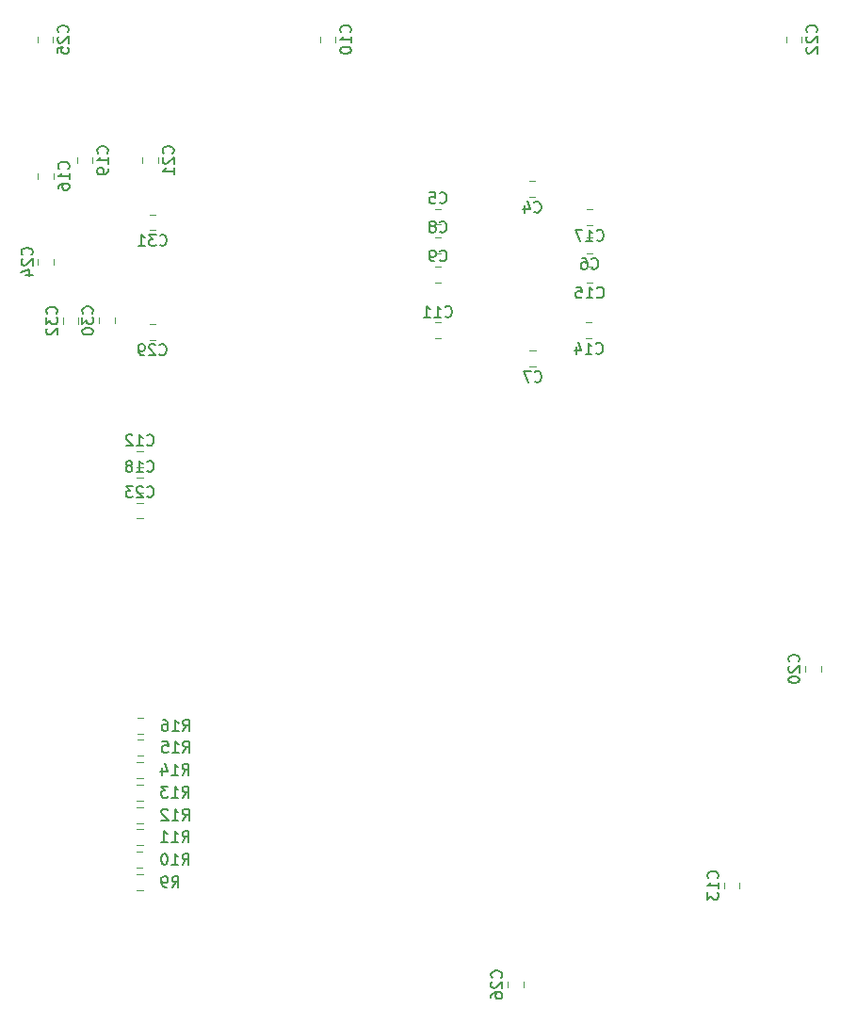
<source format=gbr>
G04 #@! TF.GenerationSoftware,KiCad,Pcbnew,(5.1.5)-3*
G04 #@! TF.CreationDate,2020-06-21T17:55:31-07:00*
G04 #@! TF.ProjectId,CB030 redesign,43423033-3020-4726-9564-657369676e2e,rev?*
G04 #@! TF.SameCoordinates,Original*
G04 #@! TF.FileFunction,Legend,Bot*
G04 #@! TF.FilePolarity,Positive*
%FSLAX46Y46*%
G04 Gerber Fmt 4.6, Leading zero omitted, Abs format (unit mm)*
G04 Created by KiCad (PCBNEW (5.1.5)-3) date 2020-06-21 17:55:31*
%MOMM*%
%LPD*%
G04 APERTURE LIST*
%ADD10C,0.120000*%
%ADD11C,0.150000*%
G04 APERTURE END LIST*
D10*
X33095000Y-50484248D02*
X33095000Y-51006752D01*
X31675000Y-50484248D02*
X31675000Y-51006752D01*
X39489748Y-41200000D02*
X40012252Y-41200000D01*
X39489748Y-42620000D02*
X40012252Y-42620000D01*
X36333500Y-50475248D02*
X36333500Y-50997752D01*
X34913500Y-50475248D02*
X34913500Y-50997752D01*
X39480748Y-51042500D02*
X40003252Y-51042500D01*
X39480748Y-52462500D02*
X40003252Y-52462500D01*
X73643748Y-39635500D02*
X74166252Y-39635500D01*
X73643748Y-38215500D02*
X74166252Y-38215500D01*
X65666252Y-42112000D02*
X65143748Y-42112000D01*
X65666252Y-40692000D02*
X65143748Y-40692000D01*
X78787248Y-44715500D02*
X79309752Y-44715500D01*
X78787248Y-43295500D02*
X79309752Y-43295500D01*
X73661748Y-53455500D02*
X74184252Y-53455500D01*
X73661748Y-54875500D02*
X74184252Y-54875500D01*
X65675252Y-43295500D02*
X65152748Y-43295500D01*
X65675252Y-44715500D02*
X65152748Y-44715500D01*
X65675252Y-45899000D02*
X65152748Y-45899000D01*
X65675252Y-47319000D02*
X65152748Y-47319000D01*
X54789000Y-25715752D02*
X54789000Y-25193248D01*
X56209000Y-25715752D02*
X56209000Y-25193248D01*
X65666252Y-50915500D02*
X65143748Y-50915500D01*
X65666252Y-52335500D02*
X65143748Y-52335500D01*
X38869252Y-63892500D02*
X38346748Y-63892500D01*
X38869252Y-62472500D02*
X38346748Y-62472500D01*
X91111000Y-101220748D02*
X91111000Y-101743252D01*
X92531000Y-101220748D02*
X92531000Y-101743252D01*
X78723748Y-50915500D02*
X79246252Y-50915500D01*
X78723748Y-52335500D02*
X79246252Y-52335500D01*
X78796248Y-45899000D02*
X79318752Y-45899000D01*
X78796248Y-47319000D02*
X79318752Y-47319000D01*
X30872500Y-37989252D02*
X30872500Y-37466748D01*
X29452500Y-37989252D02*
X29452500Y-37466748D01*
X78787248Y-40755500D02*
X79309752Y-40755500D01*
X78787248Y-42175500D02*
X79309752Y-42175500D01*
X38878252Y-64822000D02*
X38355748Y-64822000D01*
X38878252Y-66242000D02*
X38355748Y-66242000D01*
X32945000Y-36592252D02*
X32945000Y-36069748D01*
X34365000Y-36592252D02*
X34365000Y-36069748D01*
X98413500Y-81771748D02*
X98413500Y-82294252D01*
X99833500Y-81771748D02*
X99833500Y-82294252D01*
X38850500Y-36592252D02*
X38850500Y-36069748D01*
X40270500Y-36592252D02*
X40270500Y-36069748D01*
X98119000Y-25715752D02*
X98119000Y-25193248D01*
X96699000Y-25715752D02*
X96699000Y-25193248D01*
X38878252Y-68528000D02*
X38355748Y-68528000D01*
X38878252Y-67108000D02*
X38355748Y-67108000D01*
X29452500Y-45195748D02*
X29452500Y-45718252D01*
X30872500Y-45195748D02*
X30872500Y-45718252D01*
X29389000Y-25733752D02*
X29389000Y-25211248D01*
X30809000Y-25733752D02*
X30809000Y-25211248D01*
X71680000Y-110164748D02*
X71680000Y-110687252D01*
X73100000Y-110164748D02*
X73100000Y-110687252D01*
X38355748Y-100509000D02*
X38878252Y-100509000D01*
X38355748Y-101929000D02*
X38878252Y-101929000D01*
X38337748Y-99897000D02*
X38860252Y-99897000D01*
X38337748Y-98477000D02*
X38860252Y-98477000D01*
X38346748Y-97865000D02*
X38869252Y-97865000D01*
X38346748Y-96445000D02*
X38869252Y-96445000D01*
X38355748Y-94463800D02*
X38878252Y-94463800D01*
X38355748Y-95883800D02*
X38878252Y-95883800D01*
X38355748Y-93864500D02*
X38878252Y-93864500D01*
X38355748Y-92444500D02*
X38878252Y-92444500D01*
X38355748Y-90412500D02*
X38878252Y-90412500D01*
X38355748Y-91832500D02*
X38878252Y-91832500D01*
X38401248Y-89800500D02*
X38923752Y-89800500D01*
X38401248Y-88380500D02*
X38923752Y-88380500D01*
X38381148Y-86450100D02*
X38903652Y-86450100D01*
X38381148Y-87870100D02*
X38903652Y-87870100D01*
D11*
X31092142Y-50102642D02*
X31139761Y-50055023D01*
X31187380Y-49912166D01*
X31187380Y-49816928D01*
X31139761Y-49674071D01*
X31044523Y-49578833D01*
X30949285Y-49531214D01*
X30758809Y-49483595D01*
X30615952Y-49483595D01*
X30425476Y-49531214D01*
X30330238Y-49578833D01*
X30235000Y-49674071D01*
X30187380Y-49816928D01*
X30187380Y-49912166D01*
X30235000Y-50055023D01*
X30282619Y-50102642D01*
X30187380Y-50435976D02*
X30187380Y-51055023D01*
X30568333Y-50721690D01*
X30568333Y-50864547D01*
X30615952Y-50959785D01*
X30663571Y-51007404D01*
X30758809Y-51055023D01*
X30996904Y-51055023D01*
X31092142Y-51007404D01*
X31139761Y-50959785D01*
X31187380Y-50864547D01*
X31187380Y-50578833D01*
X31139761Y-50483595D01*
X31092142Y-50435976D01*
X30282619Y-51435976D02*
X30235000Y-51483595D01*
X30187380Y-51578833D01*
X30187380Y-51816928D01*
X30235000Y-51912166D01*
X30282619Y-51959785D01*
X30377857Y-52007404D01*
X30473095Y-52007404D01*
X30615952Y-51959785D01*
X31187380Y-51388357D01*
X31187380Y-52007404D01*
X40393857Y-43917142D02*
X40441476Y-43964761D01*
X40584333Y-44012380D01*
X40679571Y-44012380D01*
X40822428Y-43964761D01*
X40917666Y-43869523D01*
X40965285Y-43774285D01*
X41012904Y-43583809D01*
X41012904Y-43440952D01*
X40965285Y-43250476D01*
X40917666Y-43155238D01*
X40822428Y-43060000D01*
X40679571Y-43012380D01*
X40584333Y-43012380D01*
X40441476Y-43060000D01*
X40393857Y-43107619D01*
X40060523Y-43012380D02*
X39441476Y-43012380D01*
X39774809Y-43393333D01*
X39631952Y-43393333D01*
X39536714Y-43440952D01*
X39489095Y-43488571D01*
X39441476Y-43583809D01*
X39441476Y-43821904D01*
X39489095Y-43917142D01*
X39536714Y-43964761D01*
X39631952Y-44012380D01*
X39917666Y-44012380D01*
X40012904Y-43964761D01*
X40060523Y-43917142D01*
X38489095Y-44012380D02*
X39060523Y-44012380D01*
X38774809Y-44012380D02*
X38774809Y-43012380D01*
X38870047Y-43155238D01*
X38965285Y-43250476D01*
X39060523Y-43298095D01*
X34330642Y-50093642D02*
X34378261Y-50046023D01*
X34425880Y-49903166D01*
X34425880Y-49807928D01*
X34378261Y-49665071D01*
X34283023Y-49569833D01*
X34187785Y-49522214D01*
X33997309Y-49474595D01*
X33854452Y-49474595D01*
X33663976Y-49522214D01*
X33568738Y-49569833D01*
X33473500Y-49665071D01*
X33425880Y-49807928D01*
X33425880Y-49903166D01*
X33473500Y-50046023D01*
X33521119Y-50093642D01*
X33425880Y-50426976D02*
X33425880Y-51046023D01*
X33806833Y-50712690D01*
X33806833Y-50855547D01*
X33854452Y-50950785D01*
X33902071Y-50998404D01*
X33997309Y-51046023D01*
X34235404Y-51046023D01*
X34330642Y-50998404D01*
X34378261Y-50950785D01*
X34425880Y-50855547D01*
X34425880Y-50569833D01*
X34378261Y-50474595D01*
X34330642Y-50426976D01*
X33425880Y-51665071D02*
X33425880Y-51760309D01*
X33473500Y-51855547D01*
X33521119Y-51903166D01*
X33616357Y-51950785D01*
X33806833Y-51998404D01*
X34044928Y-51998404D01*
X34235404Y-51950785D01*
X34330642Y-51903166D01*
X34378261Y-51855547D01*
X34425880Y-51760309D01*
X34425880Y-51665071D01*
X34378261Y-51569833D01*
X34330642Y-51522214D01*
X34235404Y-51474595D01*
X34044928Y-51426976D01*
X33806833Y-51426976D01*
X33616357Y-51474595D01*
X33521119Y-51522214D01*
X33473500Y-51569833D01*
X33425880Y-51665071D01*
X40384857Y-53759642D02*
X40432476Y-53807261D01*
X40575333Y-53854880D01*
X40670571Y-53854880D01*
X40813428Y-53807261D01*
X40908666Y-53712023D01*
X40956285Y-53616785D01*
X41003904Y-53426309D01*
X41003904Y-53283452D01*
X40956285Y-53092976D01*
X40908666Y-52997738D01*
X40813428Y-52902500D01*
X40670571Y-52854880D01*
X40575333Y-52854880D01*
X40432476Y-52902500D01*
X40384857Y-52950119D01*
X40003904Y-52950119D02*
X39956285Y-52902500D01*
X39861047Y-52854880D01*
X39622952Y-52854880D01*
X39527714Y-52902500D01*
X39480095Y-52950119D01*
X39432476Y-53045357D01*
X39432476Y-53140595D01*
X39480095Y-53283452D01*
X40051523Y-53854880D01*
X39432476Y-53854880D01*
X38956285Y-53854880D02*
X38765809Y-53854880D01*
X38670571Y-53807261D01*
X38622952Y-53759642D01*
X38527714Y-53616785D01*
X38480095Y-53426309D01*
X38480095Y-53045357D01*
X38527714Y-52950119D01*
X38575333Y-52902500D01*
X38670571Y-52854880D01*
X38861047Y-52854880D01*
X38956285Y-52902500D01*
X39003904Y-52950119D01*
X39051523Y-53045357D01*
X39051523Y-53283452D01*
X39003904Y-53378690D01*
X38956285Y-53426309D01*
X38861047Y-53473928D01*
X38670571Y-53473928D01*
X38575333Y-53426309D01*
X38527714Y-53378690D01*
X38480095Y-53283452D01*
X74071666Y-40932642D02*
X74119285Y-40980261D01*
X74262142Y-41027880D01*
X74357380Y-41027880D01*
X74500238Y-40980261D01*
X74595476Y-40885023D01*
X74643095Y-40789785D01*
X74690714Y-40599309D01*
X74690714Y-40456452D01*
X74643095Y-40265976D01*
X74595476Y-40170738D01*
X74500238Y-40075500D01*
X74357380Y-40027880D01*
X74262142Y-40027880D01*
X74119285Y-40075500D01*
X74071666Y-40123119D01*
X73214523Y-40361214D02*
X73214523Y-41027880D01*
X73452619Y-39980261D02*
X73690714Y-40694547D01*
X73071666Y-40694547D01*
X65571666Y-40109142D02*
X65619285Y-40156761D01*
X65762142Y-40204380D01*
X65857380Y-40204380D01*
X66000238Y-40156761D01*
X66095476Y-40061523D01*
X66143095Y-39966285D01*
X66190714Y-39775809D01*
X66190714Y-39632952D01*
X66143095Y-39442476D01*
X66095476Y-39347238D01*
X66000238Y-39252000D01*
X65857380Y-39204380D01*
X65762142Y-39204380D01*
X65619285Y-39252000D01*
X65571666Y-39299619D01*
X64666904Y-39204380D02*
X65143095Y-39204380D01*
X65190714Y-39680571D01*
X65143095Y-39632952D01*
X65047857Y-39585333D01*
X64809761Y-39585333D01*
X64714523Y-39632952D01*
X64666904Y-39680571D01*
X64619285Y-39775809D01*
X64619285Y-40013904D01*
X64666904Y-40109142D01*
X64714523Y-40156761D01*
X64809761Y-40204380D01*
X65047857Y-40204380D01*
X65143095Y-40156761D01*
X65190714Y-40109142D01*
X79215166Y-46012642D02*
X79262785Y-46060261D01*
X79405642Y-46107880D01*
X79500880Y-46107880D01*
X79643738Y-46060261D01*
X79738976Y-45965023D01*
X79786595Y-45869785D01*
X79834214Y-45679309D01*
X79834214Y-45536452D01*
X79786595Y-45345976D01*
X79738976Y-45250738D01*
X79643738Y-45155500D01*
X79500880Y-45107880D01*
X79405642Y-45107880D01*
X79262785Y-45155500D01*
X79215166Y-45203119D01*
X78358023Y-45107880D02*
X78548500Y-45107880D01*
X78643738Y-45155500D01*
X78691357Y-45203119D01*
X78786595Y-45345976D01*
X78834214Y-45536452D01*
X78834214Y-45917404D01*
X78786595Y-46012642D01*
X78738976Y-46060261D01*
X78643738Y-46107880D01*
X78453261Y-46107880D01*
X78358023Y-46060261D01*
X78310404Y-46012642D01*
X78262785Y-45917404D01*
X78262785Y-45679309D01*
X78310404Y-45584071D01*
X78358023Y-45536452D01*
X78453261Y-45488833D01*
X78643738Y-45488833D01*
X78738976Y-45536452D01*
X78786595Y-45584071D01*
X78834214Y-45679309D01*
X74089666Y-56172642D02*
X74137285Y-56220261D01*
X74280142Y-56267880D01*
X74375380Y-56267880D01*
X74518238Y-56220261D01*
X74613476Y-56125023D01*
X74661095Y-56029785D01*
X74708714Y-55839309D01*
X74708714Y-55696452D01*
X74661095Y-55505976D01*
X74613476Y-55410738D01*
X74518238Y-55315500D01*
X74375380Y-55267880D01*
X74280142Y-55267880D01*
X74137285Y-55315500D01*
X74089666Y-55363119D01*
X73756333Y-55267880D02*
X73089666Y-55267880D01*
X73518238Y-56267880D01*
X65580666Y-42712642D02*
X65628285Y-42760261D01*
X65771142Y-42807880D01*
X65866380Y-42807880D01*
X66009238Y-42760261D01*
X66104476Y-42665023D01*
X66152095Y-42569785D01*
X66199714Y-42379309D01*
X66199714Y-42236452D01*
X66152095Y-42045976D01*
X66104476Y-41950738D01*
X66009238Y-41855500D01*
X65866380Y-41807880D01*
X65771142Y-41807880D01*
X65628285Y-41855500D01*
X65580666Y-41903119D01*
X65009238Y-42236452D02*
X65104476Y-42188833D01*
X65152095Y-42141214D01*
X65199714Y-42045976D01*
X65199714Y-41998357D01*
X65152095Y-41903119D01*
X65104476Y-41855500D01*
X65009238Y-41807880D01*
X64818761Y-41807880D01*
X64723523Y-41855500D01*
X64675904Y-41903119D01*
X64628285Y-41998357D01*
X64628285Y-42045976D01*
X64675904Y-42141214D01*
X64723523Y-42188833D01*
X64818761Y-42236452D01*
X65009238Y-42236452D01*
X65104476Y-42284071D01*
X65152095Y-42331690D01*
X65199714Y-42426928D01*
X65199714Y-42617404D01*
X65152095Y-42712642D01*
X65104476Y-42760261D01*
X65009238Y-42807880D01*
X64818761Y-42807880D01*
X64723523Y-42760261D01*
X64675904Y-42712642D01*
X64628285Y-42617404D01*
X64628285Y-42426928D01*
X64675904Y-42331690D01*
X64723523Y-42284071D01*
X64818761Y-42236452D01*
X65580666Y-45316142D02*
X65628285Y-45363761D01*
X65771142Y-45411380D01*
X65866380Y-45411380D01*
X66009238Y-45363761D01*
X66104476Y-45268523D01*
X66152095Y-45173285D01*
X66199714Y-44982809D01*
X66199714Y-44839952D01*
X66152095Y-44649476D01*
X66104476Y-44554238D01*
X66009238Y-44459000D01*
X65866380Y-44411380D01*
X65771142Y-44411380D01*
X65628285Y-44459000D01*
X65580666Y-44506619D01*
X65104476Y-45411380D02*
X64914000Y-45411380D01*
X64818761Y-45363761D01*
X64771142Y-45316142D01*
X64675904Y-45173285D01*
X64628285Y-44982809D01*
X64628285Y-44601857D01*
X64675904Y-44506619D01*
X64723523Y-44459000D01*
X64818761Y-44411380D01*
X65009238Y-44411380D01*
X65104476Y-44459000D01*
X65152095Y-44506619D01*
X65199714Y-44601857D01*
X65199714Y-44839952D01*
X65152095Y-44935190D01*
X65104476Y-44982809D01*
X65009238Y-45030428D01*
X64818761Y-45030428D01*
X64723523Y-44982809D01*
X64675904Y-44935190D01*
X64628285Y-44839952D01*
X57506142Y-24811642D02*
X57553761Y-24764023D01*
X57601380Y-24621166D01*
X57601380Y-24525928D01*
X57553761Y-24383071D01*
X57458523Y-24287833D01*
X57363285Y-24240214D01*
X57172809Y-24192595D01*
X57029952Y-24192595D01*
X56839476Y-24240214D01*
X56744238Y-24287833D01*
X56649000Y-24383071D01*
X56601380Y-24525928D01*
X56601380Y-24621166D01*
X56649000Y-24764023D01*
X56696619Y-24811642D01*
X57601380Y-25764023D02*
X57601380Y-25192595D01*
X57601380Y-25478309D02*
X56601380Y-25478309D01*
X56744238Y-25383071D01*
X56839476Y-25287833D01*
X56887095Y-25192595D01*
X56601380Y-26383071D02*
X56601380Y-26478309D01*
X56649000Y-26573547D01*
X56696619Y-26621166D01*
X56791857Y-26668785D01*
X56982333Y-26716404D01*
X57220428Y-26716404D01*
X57410904Y-26668785D01*
X57506142Y-26621166D01*
X57553761Y-26573547D01*
X57601380Y-26478309D01*
X57601380Y-26383071D01*
X57553761Y-26287833D01*
X57506142Y-26240214D01*
X57410904Y-26192595D01*
X57220428Y-26144976D01*
X56982333Y-26144976D01*
X56791857Y-26192595D01*
X56696619Y-26240214D01*
X56649000Y-26287833D01*
X56601380Y-26383071D01*
X66047857Y-50332642D02*
X66095476Y-50380261D01*
X66238333Y-50427880D01*
X66333571Y-50427880D01*
X66476428Y-50380261D01*
X66571666Y-50285023D01*
X66619285Y-50189785D01*
X66666904Y-49999309D01*
X66666904Y-49856452D01*
X66619285Y-49665976D01*
X66571666Y-49570738D01*
X66476428Y-49475500D01*
X66333571Y-49427880D01*
X66238333Y-49427880D01*
X66095476Y-49475500D01*
X66047857Y-49523119D01*
X65095476Y-50427880D02*
X65666904Y-50427880D01*
X65381190Y-50427880D02*
X65381190Y-49427880D01*
X65476428Y-49570738D01*
X65571666Y-49665976D01*
X65666904Y-49713595D01*
X64143095Y-50427880D02*
X64714523Y-50427880D01*
X64428809Y-50427880D02*
X64428809Y-49427880D01*
X64524047Y-49570738D01*
X64619285Y-49665976D01*
X64714523Y-49713595D01*
X39250857Y-61889642D02*
X39298476Y-61937261D01*
X39441333Y-61984880D01*
X39536571Y-61984880D01*
X39679428Y-61937261D01*
X39774666Y-61842023D01*
X39822285Y-61746785D01*
X39869904Y-61556309D01*
X39869904Y-61413452D01*
X39822285Y-61222976D01*
X39774666Y-61127738D01*
X39679428Y-61032500D01*
X39536571Y-60984880D01*
X39441333Y-60984880D01*
X39298476Y-61032500D01*
X39250857Y-61080119D01*
X38298476Y-61984880D02*
X38869904Y-61984880D01*
X38584190Y-61984880D02*
X38584190Y-60984880D01*
X38679428Y-61127738D01*
X38774666Y-61222976D01*
X38869904Y-61270595D01*
X37917523Y-61080119D02*
X37869904Y-61032500D01*
X37774666Y-60984880D01*
X37536571Y-60984880D01*
X37441333Y-61032500D01*
X37393714Y-61080119D01*
X37346095Y-61175357D01*
X37346095Y-61270595D01*
X37393714Y-61413452D01*
X37965142Y-61984880D01*
X37346095Y-61984880D01*
X90528142Y-100839142D02*
X90575761Y-100791523D01*
X90623380Y-100648666D01*
X90623380Y-100553428D01*
X90575761Y-100410571D01*
X90480523Y-100315333D01*
X90385285Y-100267714D01*
X90194809Y-100220095D01*
X90051952Y-100220095D01*
X89861476Y-100267714D01*
X89766238Y-100315333D01*
X89671000Y-100410571D01*
X89623380Y-100553428D01*
X89623380Y-100648666D01*
X89671000Y-100791523D01*
X89718619Y-100839142D01*
X90623380Y-101791523D02*
X90623380Y-101220095D01*
X90623380Y-101505809D02*
X89623380Y-101505809D01*
X89766238Y-101410571D01*
X89861476Y-101315333D01*
X89909095Y-101220095D01*
X89623380Y-102124857D02*
X89623380Y-102743904D01*
X90004333Y-102410571D01*
X90004333Y-102553428D01*
X90051952Y-102648666D01*
X90099571Y-102696285D01*
X90194809Y-102743904D01*
X90432904Y-102743904D01*
X90528142Y-102696285D01*
X90575761Y-102648666D01*
X90623380Y-102553428D01*
X90623380Y-102267714D01*
X90575761Y-102172476D01*
X90528142Y-102124857D01*
X79627857Y-53632642D02*
X79675476Y-53680261D01*
X79818333Y-53727880D01*
X79913571Y-53727880D01*
X80056428Y-53680261D01*
X80151666Y-53585023D01*
X80199285Y-53489785D01*
X80246904Y-53299309D01*
X80246904Y-53156452D01*
X80199285Y-52965976D01*
X80151666Y-52870738D01*
X80056428Y-52775500D01*
X79913571Y-52727880D01*
X79818333Y-52727880D01*
X79675476Y-52775500D01*
X79627857Y-52823119D01*
X78675476Y-53727880D02*
X79246904Y-53727880D01*
X78961190Y-53727880D02*
X78961190Y-52727880D01*
X79056428Y-52870738D01*
X79151666Y-52965976D01*
X79246904Y-53013595D01*
X77818333Y-53061214D02*
X77818333Y-53727880D01*
X78056428Y-52680261D02*
X78294523Y-53394547D01*
X77675476Y-53394547D01*
X79700357Y-48616142D02*
X79747976Y-48663761D01*
X79890833Y-48711380D01*
X79986071Y-48711380D01*
X80128928Y-48663761D01*
X80224166Y-48568523D01*
X80271785Y-48473285D01*
X80319404Y-48282809D01*
X80319404Y-48139952D01*
X80271785Y-47949476D01*
X80224166Y-47854238D01*
X80128928Y-47759000D01*
X79986071Y-47711380D01*
X79890833Y-47711380D01*
X79747976Y-47759000D01*
X79700357Y-47806619D01*
X78747976Y-48711380D02*
X79319404Y-48711380D01*
X79033690Y-48711380D02*
X79033690Y-47711380D01*
X79128928Y-47854238D01*
X79224166Y-47949476D01*
X79319404Y-47997095D01*
X77843214Y-47711380D02*
X78319404Y-47711380D01*
X78367023Y-48187571D01*
X78319404Y-48139952D01*
X78224166Y-48092333D01*
X77986071Y-48092333D01*
X77890833Y-48139952D01*
X77843214Y-48187571D01*
X77795595Y-48282809D01*
X77795595Y-48520904D01*
X77843214Y-48616142D01*
X77890833Y-48663761D01*
X77986071Y-48711380D01*
X78224166Y-48711380D01*
X78319404Y-48663761D01*
X78367023Y-48616142D01*
X32169642Y-37085142D02*
X32217261Y-37037523D01*
X32264880Y-36894666D01*
X32264880Y-36799428D01*
X32217261Y-36656571D01*
X32122023Y-36561333D01*
X32026785Y-36513714D01*
X31836309Y-36466095D01*
X31693452Y-36466095D01*
X31502976Y-36513714D01*
X31407738Y-36561333D01*
X31312500Y-36656571D01*
X31264880Y-36799428D01*
X31264880Y-36894666D01*
X31312500Y-37037523D01*
X31360119Y-37085142D01*
X32264880Y-38037523D02*
X32264880Y-37466095D01*
X32264880Y-37751809D02*
X31264880Y-37751809D01*
X31407738Y-37656571D01*
X31502976Y-37561333D01*
X31550595Y-37466095D01*
X31264880Y-38894666D02*
X31264880Y-38704190D01*
X31312500Y-38608952D01*
X31360119Y-38561333D01*
X31502976Y-38466095D01*
X31693452Y-38418476D01*
X32074404Y-38418476D01*
X32169642Y-38466095D01*
X32217261Y-38513714D01*
X32264880Y-38608952D01*
X32264880Y-38799428D01*
X32217261Y-38894666D01*
X32169642Y-38942285D01*
X32074404Y-38989904D01*
X31836309Y-38989904D01*
X31741071Y-38942285D01*
X31693452Y-38894666D01*
X31645833Y-38799428D01*
X31645833Y-38608952D01*
X31693452Y-38513714D01*
X31741071Y-38466095D01*
X31836309Y-38418476D01*
X79691357Y-43472642D02*
X79738976Y-43520261D01*
X79881833Y-43567880D01*
X79977071Y-43567880D01*
X80119928Y-43520261D01*
X80215166Y-43425023D01*
X80262785Y-43329785D01*
X80310404Y-43139309D01*
X80310404Y-42996452D01*
X80262785Y-42805976D01*
X80215166Y-42710738D01*
X80119928Y-42615500D01*
X79977071Y-42567880D01*
X79881833Y-42567880D01*
X79738976Y-42615500D01*
X79691357Y-42663119D01*
X78738976Y-43567880D02*
X79310404Y-43567880D01*
X79024690Y-43567880D02*
X79024690Y-42567880D01*
X79119928Y-42710738D01*
X79215166Y-42805976D01*
X79310404Y-42853595D01*
X78405642Y-42567880D02*
X77738976Y-42567880D01*
X78167547Y-43567880D01*
X39259857Y-64239142D02*
X39307476Y-64286761D01*
X39450333Y-64334380D01*
X39545571Y-64334380D01*
X39688428Y-64286761D01*
X39783666Y-64191523D01*
X39831285Y-64096285D01*
X39878904Y-63905809D01*
X39878904Y-63762952D01*
X39831285Y-63572476D01*
X39783666Y-63477238D01*
X39688428Y-63382000D01*
X39545571Y-63334380D01*
X39450333Y-63334380D01*
X39307476Y-63382000D01*
X39259857Y-63429619D01*
X38307476Y-64334380D02*
X38878904Y-64334380D01*
X38593190Y-64334380D02*
X38593190Y-63334380D01*
X38688428Y-63477238D01*
X38783666Y-63572476D01*
X38878904Y-63620095D01*
X37736047Y-63762952D02*
X37831285Y-63715333D01*
X37878904Y-63667714D01*
X37926523Y-63572476D01*
X37926523Y-63524857D01*
X37878904Y-63429619D01*
X37831285Y-63382000D01*
X37736047Y-63334380D01*
X37545571Y-63334380D01*
X37450333Y-63382000D01*
X37402714Y-63429619D01*
X37355095Y-63524857D01*
X37355095Y-63572476D01*
X37402714Y-63667714D01*
X37450333Y-63715333D01*
X37545571Y-63762952D01*
X37736047Y-63762952D01*
X37831285Y-63810571D01*
X37878904Y-63858190D01*
X37926523Y-63953428D01*
X37926523Y-64143904D01*
X37878904Y-64239142D01*
X37831285Y-64286761D01*
X37736047Y-64334380D01*
X37545571Y-64334380D01*
X37450333Y-64286761D01*
X37402714Y-64239142D01*
X37355095Y-64143904D01*
X37355095Y-63953428D01*
X37402714Y-63858190D01*
X37450333Y-63810571D01*
X37545571Y-63762952D01*
X35662142Y-35688142D02*
X35709761Y-35640523D01*
X35757380Y-35497666D01*
X35757380Y-35402428D01*
X35709761Y-35259571D01*
X35614523Y-35164333D01*
X35519285Y-35116714D01*
X35328809Y-35069095D01*
X35185952Y-35069095D01*
X34995476Y-35116714D01*
X34900238Y-35164333D01*
X34805000Y-35259571D01*
X34757380Y-35402428D01*
X34757380Y-35497666D01*
X34805000Y-35640523D01*
X34852619Y-35688142D01*
X35757380Y-36640523D02*
X35757380Y-36069095D01*
X35757380Y-36354809D02*
X34757380Y-36354809D01*
X34900238Y-36259571D01*
X34995476Y-36164333D01*
X35043095Y-36069095D01*
X35757380Y-37116714D02*
X35757380Y-37307190D01*
X35709761Y-37402428D01*
X35662142Y-37450047D01*
X35519285Y-37545285D01*
X35328809Y-37592904D01*
X34947857Y-37592904D01*
X34852619Y-37545285D01*
X34805000Y-37497666D01*
X34757380Y-37402428D01*
X34757380Y-37211952D01*
X34805000Y-37116714D01*
X34852619Y-37069095D01*
X34947857Y-37021476D01*
X35185952Y-37021476D01*
X35281190Y-37069095D01*
X35328809Y-37116714D01*
X35376428Y-37211952D01*
X35376428Y-37402428D01*
X35328809Y-37497666D01*
X35281190Y-37545285D01*
X35185952Y-37592904D01*
X97830642Y-81390142D02*
X97878261Y-81342523D01*
X97925880Y-81199666D01*
X97925880Y-81104428D01*
X97878261Y-80961571D01*
X97783023Y-80866333D01*
X97687785Y-80818714D01*
X97497309Y-80771095D01*
X97354452Y-80771095D01*
X97163976Y-80818714D01*
X97068738Y-80866333D01*
X96973500Y-80961571D01*
X96925880Y-81104428D01*
X96925880Y-81199666D01*
X96973500Y-81342523D01*
X97021119Y-81390142D01*
X97021119Y-81771095D02*
X96973500Y-81818714D01*
X96925880Y-81913952D01*
X96925880Y-82152047D01*
X96973500Y-82247285D01*
X97021119Y-82294904D01*
X97116357Y-82342523D01*
X97211595Y-82342523D01*
X97354452Y-82294904D01*
X97925880Y-81723476D01*
X97925880Y-82342523D01*
X96925880Y-82961571D02*
X96925880Y-83056809D01*
X96973500Y-83152047D01*
X97021119Y-83199666D01*
X97116357Y-83247285D01*
X97306833Y-83294904D01*
X97544928Y-83294904D01*
X97735404Y-83247285D01*
X97830642Y-83199666D01*
X97878261Y-83152047D01*
X97925880Y-83056809D01*
X97925880Y-82961571D01*
X97878261Y-82866333D01*
X97830642Y-82818714D01*
X97735404Y-82771095D01*
X97544928Y-82723476D01*
X97306833Y-82723476D01*
X97116357Y-82771095D01*
X97021119Y-82818714D01*
X96973500Y-82866333D01*
X96925880Y-82961571D01*
X41567642Y-35688142D02*
X41615261Y-35640523D01*
X41662880Y-35497666D01*
X41662880Y-35402428D01*
X41615261Y-35259571D01*
X41520023Y-35164333D01*
X41424785Y-35116714D01*
X41234309Y-35069095D01*
X41091452Y-35069095D01*
X40900976Y-35116714D01*
X40805738Y-35164333D01*
X40710500Y-35259571D01*
X40662880Y-35402428D01*
X40662880Y-35497666D01*
X40710500Y-35640523D01*
X40758119Y-35688142D01*
X40758119Y-36069095D02*
X40710500Y-36116714D01*
X40662880Y-36211952D01*
X40662880Y-36450047D01*
X40710500Y-36545285D01*
X40758119Y-36592904D01*
X40853357Y-36640523D01*
X40948595Y-36640523D01*
X41091452Y-36592904D01*
X41662880Y-36021476D01*
X41662880Y-36640523D01*
X41662880Y-37592904D02*
X41662880Y-37021476D01*
X41662880Y-37307190D02*
X40662880Y-37307190D01*
X40805738Y-37211952D01*
X40900976Y-37116714D01*
X40948595Y-37021476D01*
X99416142Y-24811642D02*
X99463761Y-24764023D01*
X99511380Y-24621166D01*
X99511380Y-24525928D01*
X99463761Y-24383071D01*
X99368523Y-24287833D01*
X99273285Y-24240214D01*
X99082809Y-24192595D01*
X98939952Y-24192595D01*
X98749476Y-24240214D01*
X98654238Y-24287833D01*
X98559000Y-24383071D01*
X98511380Y-24525928D01*
X98511380Y-24621166D01*
X98559000Y-24764023D01*
X98606619Y-24811642D01*
X98606619Y-25192595D02*
X98559000Y-25240214D01*
X98511380Y-25335452D01*
X98511380Y-25573547D01*
X98559000Y-25668785D01*
X98606619Y-25716404D01*
X98701857Y-25764023D01*
X98797095Y-25764023D01*
X98939952Y-25716404D01*
X99511380Y-25144976D01*
X99511380Y-25764023D01*
X98606619Y-26144976D02*
X98559000Y-26192595D01*
X98511380Y-26287833D01*
X98511380Y-26525928D01*
X98559000Y-26621166D01*
X98606619Y-26668785D01*
X98701857Y-26716404D01*
X98797095Y-26716404D01*
X98939952Y-26668785D01*
X99511380Y-26097357D01*
X99511380Y-26716404D01*
X39259857Y-66525142D02*
X39307476Y-66572761D01*
X39450333Y-66620380D01*
X39545571Y-66620380D01*
X39688428Y-66572761D01*
X39783666Y-66477523D01*
X39831285Y-66382285D01*
X39878904Y-66191809D01*
X39878904Y-66048952D01*
X39831285Y-65858476D01*
X39783666Y-65763238D01*
X39688428Y-65668000D01*
X39545571Y-65620380D01*
X39450333Y-65620380D01*
X39307476Y-65668000D01*
X39259857Y-65715619D01*
X38878904Y-65715619D02*
X38831285Y-65668000D01*
X38736047Y-65620380D01*
X38497952Y-65620380D01*
X38402714Y-65668000D01*
X38355095Y-65715619D01*
X38307476Y-65810857D01*
X38307476Y-65906095D01*
X38355095Y-66048952D01*
X38926523Y-66620380D01*
X38307476Y-66620380D01*
X37974142Y-65620380D02*
X37355095Y-65620380D01*
X37688428Y-66001333D01*
X37545571Y-66001333D01*
X37450333Y-66048952D01*
X37402714Y-66096571D01*
X37355095Y-66191809D01*
X37355095Y-66429904D01*
X37402714Y-66525142D01*
X37450333Y-66572761D01*
X37545571Y-66620380D01*
X37831285Y-66620380D01*
X37926523Y-66572761D01*
X37974142Y-66525142D01*
X28869642Y-44814142D02*
X28917261Y-44766523D01*
X28964880Y-44623666D01*
X28964880Y-44528428D01*
X28917261Y-44385571D01*
X28822023Y-44290333D01*
X28726785Y-44242714D01*
X28536309Y-44195095D01*
X28393452Y-44195095D01*
X28202976Y-44242714D01*
X28107738Y-44290333D01*
X28012500Y-44385571D01*
X27964880Y-44528428D01*
X27964880Y-44623666D01*
X28012500Y-44766523D01*
X28060119Y-44814142D01*
X28060119Y-45195095D02*
X28012500Y-45242714D01*
X27964880Y-45337952D01*
X27964880Y-45576047D01*
X28012500Y-45671285D01*
X28060119Y-45718904D01*
X28155357Y-45766523D01*
X28250595Y-45766523D01*
X28393452Y-45718904D01*
X28964880Y-45147476D01*
X28964880Y-45766523D01*
X28298214Y-46623666D02*
X28964880Y-46623666D01*
X27917261Y-46385571D02*
X28631547Y-46147476D01*
X28631547Y-46766523D01*
X32106142Y-24829642D02*
X32153761Y-24782023D01*
X32201380Y-24639166D01*
X32201380Y-24543928D01*
X32153761Y-24401071D01*
X32058523Y-24305833D01*
X31963285Y-24258214D01*
X31772809Y-24210595D01*
X31629952Y-24210595D01*
X31439476Y-24258214D01*
X31344238Y-24305833D01*
X31249000Y-24401071D01*
X31201380Y-24543928D01*
X31201380Y-24639166D01*
X31249000Y-24782023D01*
X31296619Y-24829642D01*
X31296619Y-25210595D02*
X31249000Y-25258214D01*
X31201380Y-25353452D01*
X31201380Y-25591547D01*
X31249000Y-25686785D01*
X31296619Y-25734404D01*
X31391857Y-25782023D01*
X31487095Y-25782023D01*
X31629952Y-25734404D01*
X32201380Y-25162976D01*
X32201380Y-25782023D01*
X31201380Y-26686785D02*
X31201380Y-26210595D01*
X31677571Y-26162976D01*
X31629952Y-26210595D01*
X31582333Y-26305833D01*
X31582333Y-26543928D01*
X31629952Y-26639166D01*
X31677571Y-26686785D01*
X31772809Y-26734404D01*
X32010904Y-26734404D01*
X32106142Y-26686785D01*
X32153761Y-26639166D01*
X32201380Y-26543928D01*
X32201380Y-26305833D01*
X32153761Y-26210595D01*
X32106142Y-26162976D01*
X71097142Y-109783142D02*
X71144761Y-109735523D01*
X71192380Y-109592666D01*
X71192380Y-109497428D01*
X71144761Y-109354571D01*
X71049523Y-109259333D01*
X70954285Y-109211714D01*
X70763809Y-109164095D01*
X70620952Y-109164095D01*
X70430476Y-109211714D01*
X70335238Y-109259333D01*
X70240000Y-109354571D01*
X70192380Y-109497428D01*
X70192380Y-109592666D01*
X70240000Y-109735523D01*
X70287619Y-109783142D01*
X70287619Y-110164095D02*
X70240000Y-110211714D01*
X70192380Y-110306952D01*
X70192380Y-110545047D01*
X70240000Y-110640285D01*
X70287619Y-110687904D01*
X70382857Y-110735523D01*
X70478095Y-110735523D01*
X70620952Y-110687904D01*
X71192380Y-110116476D01*
X71192380Y-110735523D01*
X70192380Y-111592666D02*
X70192380Y-111402190D01*
X70240000Y-111306952D01*
X70287619Y-111259333D01*
X70430476Y-111164095D01*
X70620952Y-111116476D01*
X71001904Y-111116476D01*
X71097142Y-111164095D01*
X71144761Y-111211714D01*
X71192380Y-111306952D01*
X71192380Y-111497428D01*
X71144761Y-111592666D01*
X71097142Y-111640285D01*
X71001904Y-111687904D01*
X70763809Y-111687904D01*
X70668571Y-111640285D01*
X70620952Y-111592666D01*
X70573333Y-111497428D01*
X70573333Y-111306952D01*
X70620952Y-111211714D01*
X70668571Y-111164095D01*
X70763809Y-111116476D01*
X41505166Y-101671380D02*
X41838500Y-101195190D01*
X42076595Y-101671380D02*
X42076595Y-100671380D01*
X41695642Y-100671380D01*
X41600404Y-100719000D01*
X41552785Y-100766619D01*
X41505166Y-100861857D01*
X41505166Y-101004714D01*
X41552785Y-101099952D01*
X41600404Y-101147571D01*
X41695642Y-101195190D01*
X42076595Y-101195190D01*
X41028976Y-101671380D02*
X40838500Y-101671380D01*
X40743261Y-101623761D01*
X40695642Y-101576142D01*
X40600404Y-101433285D01*
X40552785Y-101242809D01*
X40552785Y-100861857D01*
X40600404Y-100766619D01*
X40648023Y-100719000D01*
X40743261Y-100671380D01*
X40933738Y-100671380D01*
X41028976Y-100719000D01*
X41076595Y-100766619D01*
X41124214Y-100861857D01*
X41124214Y-101099952D01*
X41076595Y-101195190D01*
X41028976Y-101242809D01*
X40933738Y-101290428D01*
X40743261Y-101290428D01*
X40648023Y-101242809D01*
X40600404Y-101195190D01*
X40552785Y-101099952D01*
X42425857Y-99639380D02*
X42759190Y-99163190D01*
X42997285Y-99639380D02*
X42997285Y-98639380D01*
X42616333Y-98639380D01*
X42521095Y-98687000D01*
X42473476Y-98734619D01*
X42425857Y-98829857D01*
X42425857Y-98972714D01*
X42473476Y-99067952D01*
X42521095Y-99115571D01*
X42616333Y-99163190D01*
X42997285Y-99163190D01*
X41473476Y-99639380D02*
X42044904Y-99639380D01*
X41759190Y-99639380D02*
X41759190Y-98639380D01*
X41854428Y-98782238D01*
X41949666Y-98877476D01*
X42044904Y-98925095D01*
X40854428Y-98639380D02*
X40759190Y-98639380D01*
X40663952Y-98687000D01*
X40616333Y-98734619D01*
X40568714Y-98829857D01*
X40521095Y-99020333D01*
X40521095Y-99258428D01*
X40568714Y-99448904D01*
X40616333Y-99544142D01*
X40663952Y-99591761D01*
X40759190Y-99639380D01*
X40854428Y-99639380D01*
X40949666Y-99591761D01*
X40997285Y-99544142D01*
X41044904Y-99448904D01*
X41092523Y-99258428D01*
X41092523Y-99020333D01*
X41044904Y-98829857D01*
X40997285Y-98734619D01*
X40949666Y-98687000D01*
X40854428Y-98639380D01*
X42425857Y-97607380D02*
X42759190Y-97131190D01*
X42997285Y-97607380D02*
X42997285Y-96607380D01*
X42616333Y-96607380D01*
X42521095Y-96655000D01*
X42473476Y-96702619D01*
X42425857Y-96797857D01*
X42425857Y-96940714D01*
X42473476Y-97035952D01*
X42521095Y-97083571D01*
X42616333Y-97131190D01*
X42997285Y-97131190D01*
X41473476Y-97607380D02*
X42044904Y-97607380D01*
X41759190Y-97607380D02*
X41759190Y-96607380D01*
X41854428Y-96750238D01*
X41949666Y-96845476D01*
X42044904Y-96893095D01*
X40521095Y-97607380D02*
X41092523Y-97607380D01*
X40806809Y-97607380D02*
X40806809Y-96607380D01*
X40902047Y-96750238D01*
X40997285Y-96845476D01*
X41092523Y-96893095D01*
X42451257Y-95626180D02*
X42784590Y-95149990D01*
X43022685Y-95626180D02*
X43022685Y-94626180D01*
X42641733Y-94626180D01*
X42546495Y-94673800D01*
X42498876Y-94721419D01*
X42451257Y-94816657D01*
X42451257Y-94959514D01*
X42498876Y-95054752D01*
X42546495Y-95102371D01*
X42641733Y-95149990D01*
X43022685Y-95149990D01*
X41498876Y-95626180D02*
X42070304Y-95626180D01*
X41784590Y-95626180D02*
X41784590Y-94626180D01*
X41879828Y-94769038D01*
X41975066Y-94864276D01*
X42070304Y-94911895D01*
X41117923Y-94721419D02*
X41070304Y-94673800D01*
X40975066Y-94626180D01*
X40736971Y-94626180D01*
X40641733Y-94673800D01*
X40594114Y-94721419D01*
X40546495Y-94816657D01*
X40546495Y-94911895D01*
X40594114Y-95054752D01*
X41165542Y-95626180D01*
X40546495Y-95626180D01*
X42438557Y-93594180D02*
X42771890Y-93117990D01*
X43009985Y-93594180D02*
X43009985Y-92594180D01*
X42629033Y-92594180D01*
X42533795Y-92641800D01*
X42486176Y-92689419D01*
X42438557Y-92784657D01*
X42438557Y-92927514D01*
X42486176Y-93022752D01*
X42533795Y-93070371D01*
X42629033Y-93117990D01*
X43009985Y-93117990D01*
X41486176Y-93594180D02*
X42057604Y-93594180D01*
X41771890Y-93594180D02*
X41771890Y-92594180D01*
X41867128Y-92737038D01*
X41962366Y-92832276D01*
X42057604Y-92879895D01*
X41152842Y-92594180D02*
X40533795Y-92594180D01*
X40867128Y-92975133D01*
X40724271Y-92975133D01*
X40629033Y-93022752D01*
X40581414Y-93070371D01*
X40533795Y-93165609D01*
X40533795Y-93403704D01*
X40581414Y-93498942D01*
X40629033Y-93546561D01*
X40724271Y-93594180D01*
X41009985Y-93594180D01*
X41105223Y-93546561D01*
X41152842Y-93498942D01*
X42425857Y-91574880D02*
X42759190Y-91098690D01*
X42997285Y-91574880D02*
X42997285Y-90574880D01*
X42616333Y-90574880D01*
X42521095Y-90622500D01*
X42473476Y-90670119D01*
X42425857Y-90765357D01*
X42425857Y-90908214D01*
X42473476Y-91003452D01*
X42521095Y-91051071D01*
X42616333Y-91098690D01*
X42997285Y-91098690D01*
X41473476Y-91574880D02*
X42044904Y-91574880D01*
X41759190Y-91574880D02*
X41759190Y-90574880D01*
X41854428Y-90717738D01*
X41949666Y-90812976D01*
X42044904Y-90860595D01*
X40616333Y-90908214D02*
X40616333Y-91574880D01*
X40854428Y-90527261D02*
X41092523Y-91241547D01*
X40473476Y-91241547D01*
X42489357Y-89542880D02*
X42822690Y-89066690D01*
X43060785Y-89542880D02*
X43060785Y-88542880D01*
X42679833Y-88542880D01*
X42584595Y-88590500D01*
X42536976Y-88638119D01*
X42489357Y-88733357D01*
X42489357Y-88876214D01*
X42536976Y-88971452D01*
X42584595Y-89019071D01*
X42679833Y-89066690D01*
X43060785Y-89066690D01*
X41536976Y-89542880D02*
X42108404Y-89542880D01*
X41822690Y-89542880D02*
X41822690Y-88542880D01*
X41917928Y-88685738D01*
X42013166Y-88780976D01*
X42108404Y-88828595D01*
X40632214Y-88542880D02*
X41108404Y-88542880D01*
X41156023Y-89019071D01*
X41108404Y-88971452D01*
X41013166Y-88923833D01*
X40775071Y-88923833D01*
X40679833Y-88971452D01*
X40632214Y-89019071D01*
X40584595Y-89114309D01*
X40584595Y-89352404D01*
X40632214Y-89447642D01*
X40679833Y-89495261D01*
X40775071Y-89542880D01*
X41013166Y-89542880D01*
X41108404Y-89495261D01*
X41156023Y-89447642D01*
X42476657Y-87625180D02*
X42809990Y-87148990D01*
X43048085Y-87625180D02*
X43048085Y-86625180D01*
X42667133Y-86625180D01*
X42571895Y-86672800D01*
X42524276Y-86720419D01*
X42476657Y-86815657D01*
X42476657Y-86958514D01*
X42524276Y-87053752D01*
X42571895Y-87101371D01*
X42667133Y-87148990D01*
X43048085Y-87148990D01*
X41524276Y-87625180D02*
X42095704Y-87625180D01*
X41809990Y-87625180D02*
X41809990Y-86625180D01*
X41905228Y-86768038D01*
X42000466Y-86863276D01*
X42095704Y-86910895D01*
X40667133Y-86625180D02*
X40857609Y-86625180D01*
X40952847Y-86672800D01*
X41000466Y-86720419D01*
X41095704Y-86863276D01*
X41143323Y-87053752D01*
X41143323Y-87434704D01*
X41095704Y-87529942D01*
X41048085Y-87577561D01*
X40952847Y-87625180D01*
X40762371Y-87625180D01*
X40667133Y-87577561D01*
X40619514Y-87529942D01*
X40571895Y-87434704D01*
X40571895Y-87196609D01*
X40619514Y-87101371D01*
X40667133Y-87053752D01*
X40762371Y-87006133D01*
X40952847Y-87006133D01*
X41048085Y-87053752D01*
X41095704Y-87101371D01*
X41143323Y-87196609D01*
M02*

</source>
